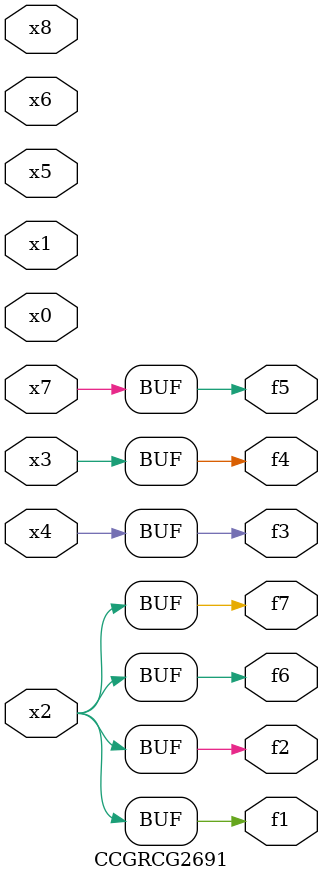
<source format=v>
module CCGRCG2691(
	input x0, x1, x2, x3, x4, x5, x6, x7, x8,
	output f1, f2, f3, f4, f5, f6, f7
);
	assign f1 = x2;
	assign f2 = x2;
	assign f3 = x4;
	assign f4 = x3;
	assign f5 = x7;
	assign f6 = x2;
	assign f7 = x2;
endmodule

</source>
